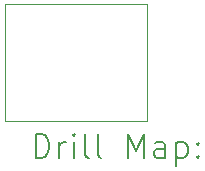
<source format=gbr>
%TF.GenerationSoftware,KiCad,Pcbnew,8.0.3*%
%TF.CreationDate,2025-03-02T20:24:48+02:00*%
%TF.ProjectId,SHT-31_module,5348542d-3331-45f6-9d6f-64756c652e6b,rev?*%
%TF.SameCoordinates,Original*%
%TF.FileFunction,Drillmap*%
%TF.FilePolarity,Positive*%
%FSLAX45Y45*%
G04 Gerber Fmt 4.5, Leading zero omitted, Abs format (unit mm)*
G04 Created by KiCad (PCBNEW 8.0.3) date 2025-03-02 20:24:48*
%MOMM*%
%LPD*%
G01*
G04 APERTURE LIST*
%ADD10C,0.050000*%
%ADD11C,0.200000*%
G04 APERTURE END LIST*
D10*
X16955000Y-6715000D02*
X18152500Y-6715000D01*
X18152500Y-7702500D01*
X16955000Y-7702500D01*
X16955000Y-6715000D01*
D11*
X17213277Y-8016484D02*
X17213277Y-7816484D01*
X17213277Y-7816484D02*
X17260896Y-7816484D01*
X17260896Y-7816484D02*
X17289467Y-7826008D01*
X17289467Y-7826008D02*
X17308515Y-7845055D01*
X17308515Y-7845055D02*
X17318039Y-7864103D01*
X17318039Y-7864103D02*
X17327563Y-7902198D01*
X17327563Y-7902198D02*
X17327563Y-7930769D01*
X17327563Y-7930769D02*
X17318039Y-7968865D01*
X17318039Y-7968865D02*
X17308515Y-7987912D01*
X17308515Y-7987912D02*
X17289467Y-8006960D01*
X17289467Y-8006960D02*
X17260896Y-8016484D01*
X17260896Y-8016484D02*
X17213277Y-8016484D01*
X17413277Y-8016484D02*
X17413277Y-7883150D01*
X17413277Y-7921246D02*
X17422801Y-7902198D01*
X17422801Y-7902198D02*
X17432324Y-7892674D01*
X17432324Y-7892674D02*
X17451372Y-7883150D01*
X17451372Y-7883150D02*
X17470420Y-7883150D01*
X17537086Y-8016484D02*
X17537086Y-7883150D01*
X17537086Y-7816484D02*
X17527563Y-7826008D01*
X17527563Y-7826008D02*
X17537086Y-7835531D01*
X17537086Y-7835531D02*
X17546610Y-7826008D01*
X17546610Y-7826008D02*
X17537086Y-7816484D01*
X17537086Y-7816484D02*
X17537086Y-7835531D01*
X17660896Y-8016484D02*
X17641848Y-8006960D01*
X17641848Y-8006960D02*
X17632324Y-7987912D01*
X17632324Y-7987912D02*
X17632324Y-7816484D01*
X17765658Y-8016484D02*
X17746610Y-8006960D01*
X17746610Y-8006960D02*
X17737086Y-7987912D01*
X17737086Y-7987912D02*
X17737086Y-7816484D01*
X17994229Y-8016484D02*
X17994229Y-7816484D01*
X17994229Y-7816484D02*
X18060896Y-7959341D01*
X18060896Y-7959341D02*
X18127563Y-7816484D01*
X18127563Y-7816484D02*
X18127563Y-8016484D01*
X18308515Y-8016484D02*
X18308515Y-7911722D01*
X18308515Y-7911722D02*
X18298991Y-7892674D01*
X18298991Y-7892674D02*
X18279944Y-7883150D01*
X18279944Y-7883150D02*
X18241848Y-7883150D01*
X18241848Y-7883150D02*
X18222801Y-7892674D01*
X18308515Y-8006960D02*
X18289467Y-8016484D01*
X18289467Y-8016484D02*
X18241848Y-8016484D01*
X18241848Y-8016484D02*
X18222801Y-8006960D01*
X18222801Y-8006960D02*
X18213277Y-7987912D01*
X18213277Y-7987912D02*
X18213277Y-7968865D01*
X18213277Y-7968865D02*
X18222801Y-7949817D01*
X18222801Y-7949817D02*
X18241848Y-7940293D01*
X18241848Y-7940293D02*
X18289467Y-7940293D01*
X18289467Y-7940293D02*
X18308515Y-7930769D01*
X18403753Y-7883150D02*
X18403753Y-8083150D01*
X18403753Y-7892674D02*
X18422801Y-7883150D01*
X18422801Y-7883150D02*
X18460896Y-7883150D01*
X18460896Y-7883150D02*
X18479944Y-7892674D01*
X18479944Y-7892674D02*
X18489467Y-7902198D01*
X18489467Y-7902198D02*
X18498991Y-7921246D01*
X18498991Y-7921246D02*
X18498991Y-7978388D01*
X18498991Y-7978388D02*
X18489467Y-7997436D01*
X18489467Y-7997436D02*
X18479944Y-8006960D01*
X18479944Y-8006960D02*
X18460896Y-8016484D01*
X18460896Y-8016484D02*
X18422801Y-8016484D01*
X18422801Y-8016484D02*
X18403753Y-8006960D01*
X18584705Y-7997436D02*
X18594229Y-8006960D01*
X18594229Y-8006960D02*
X18584705Y-8016484D01*
X18584705Y-8016484D02*
X18575182Y-8006960D01*
X18575182Y-8006960D02*
X18584705Y-7997436D01*
X18584705Y-7997436D02*
X18584705Y-8016484D01*
X18584705Y-7892674D02*
X18594229Y-7902198D01*
X18594229Y-7902198D02*
X18584705Y-7911722D01*
X18584705Y-7911722D02*
X18575182Y-7902198D01*
X18575182Y-7902198D02*
X18584705Y-7892674D01*
X18584705Y-7892674D02*
X18584705Y-7911722D01*
M02*

</source>
